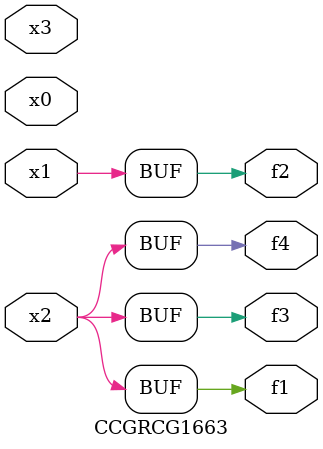
<source format=v>
module CCGRCG1663(
	input x0, x1, x2, x3,
	output f1, f2, f3, f4
);
	assign f1 = x2;
	assign f2 = x1;
	assign f3 = x2;
	assign f4 = x2;
endmodule

</source>
